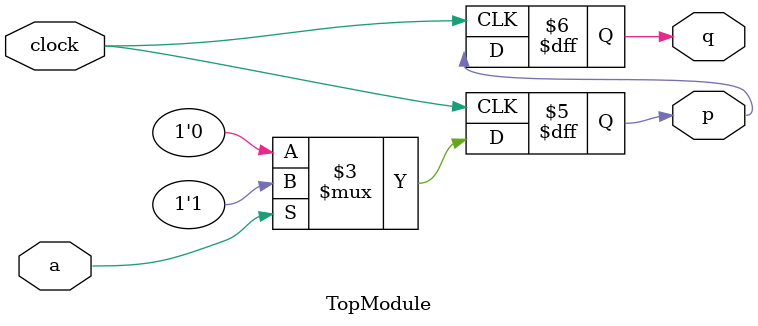
<source format=sv>
module TopModule (
    input logic clock,  // Clock signal, positive-edge triggered
    input logic a,      // 1-bit input signal a
    output logic p,     // 1-bit output signal p
    output logic q      // 1-bit output signal q
);

    always @(posedge clock) begin
        if (a) begin
            p <= 1'b1;
        end else begin
            p <= 1'b0;
        end
        q <= p;
    end

endmodule
</source>
